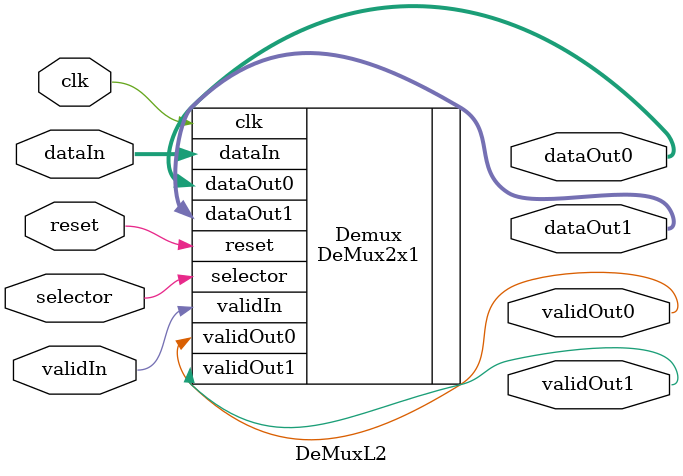
<source format=v>
module DeMuxL2(
    output [7:0]dataOut0,
    output [7:0]dataOut1,
    output validOut0,
    output validOut1,
    input [7:0]dataIn,
    input validIn,
    input selector,
    input clk,
    input reset);

    DeMux2x1 Demux(
        //Outputs
        .dataOut0  (dataOut0[7:0]),
        .dataOut1  (dataOut1[7:0]),  
        .validOut0 (validOut0),
        .validOut1 (validOut1),
        //Inputs
        .dataIn    (dataIn[7:0]),
        .validIn   (validIn),
        .selector  (selector),
        .clk       (clk),
        .reset     (reset)
    );
endmodule
</source>
